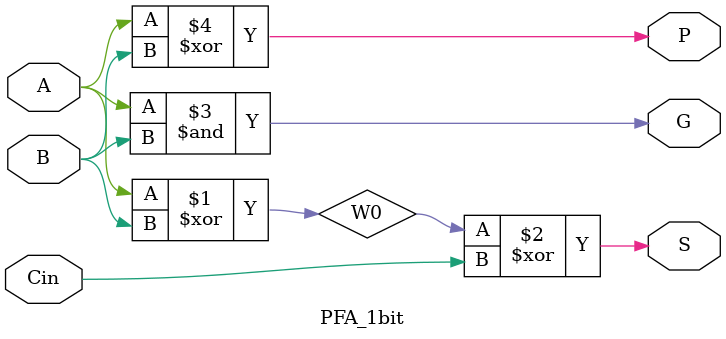
<source format=v>
/*
6502 Implemention in Verilog

Copyright (c) <2019> S.H Kim (soohyunkim@kw.ac.kr)

See the file LICENSE for copying permission.
*/

//8bit carry look ahead adder
module CLA_8bit(S, Cout, PG, GG, A, B, Cin);
	output [7:0]S;
	output Cout, PG, GG;
	input [7:0]A, B;
	input Cin;
	wire [1:0]P, G, C;

	//carry look-ahead logic
	CL_2bit CL1(C, PG, GG, Cin, P, G);

	//use two 4bit CLA Adder
	//blank out Carry Out Port, don't use that since all carry will be calculated by lookahead logic
	CLA_4bit CLA1(S[3:0], , P[0], G[0], A[3:0], B[3:0], Cin);
	CLA_4bit CLA2(S[7:4], , P[1], G[1], A[7:4], B[7:4], C[0]);

	//assign carry
	assign Cout = C[1];

endmodule


//4bit carry look ahead adder
module CLA_4bit(S, Cout, PG, GG, A, B, Cin);
	output [3:0]S;
	output Cout, PG, GG;
	input [3:0]A, B;
	input Cin;
	wire [3:0]P, G, C;

	//carry look-ahead logic
	CL_4bit CL1(C, PG, GG, Cin, P, G);

	//use Partial(w/o carry out) Full Adder
	PFA_1bit PFA1(S[0], P[0], G[0], A[0], B[0], Cin);
	PFA_1bit PFA2(S[1], P[1], G[1], A[1], B[1], C[0]);
	PFA_1bit PFA3(S[2], P[2], G[2], A[2], B[2], C[1]);
	PFA_1bit PFA4(S[3], P[3], G[3], A[3], B[3], C[2]);

	//assign carry
	assign Cout = C[3];
	
endmodule

//4bit carry look ahead logic
module CL_4bit(Cout, PG, GG, Cin, P, G);
	output [3:0]Cout;
	output PG, GG;
	
	input [3:0]P, G;
	input Cin;

	assign PG = P[3] & P [2] & P[1] & P[0];
	assign GG = G[3] | (G[2] & P[3]) | (G[1] & P[3] & P[2]) | (G[0] & P[3] & P[2] & P[1]);
	
	
	assign Cout[0] = G[0] | (P[0] & Cin);
	assign Cout[1] = G[1] | (P[1] & Cout[0]);
	assign Cout[2] = G[2] | (P[2] & Cout[1]);
	assign Cout[3] = G[3] | (P[3] & Cout[2]);

endmodule

//2bit carry look ahead logic
module CL_2bit(Cout, PG, GG, Cin, P, G);
	output [1:0]Cout;
	output PG, GG;
	
	input [1:0]P, G;
	input Cin;

	assign PG = P[1] & P [0];
	assign GG = G[1] | (G[0] & P[1]);
	
	//use extended equations to ignore carry rippling
	assign Cout[0] = G[0] | (P[0] & Cin);
	assign Cout[1] = G[1] | (P[1] & (G[0] | (P[0] & Cin)));

endmodule

//Partial(w/o Carry output) Full Adder 
module PFA_1bit(S, P, G, A, B, Cin);
	output S, P, G;
	input A, B, Cin;

	wire W0;

	//Sum
	xor XOR1(W0, A, B);
	xor XOR2(S, W0, Cin);

	//Generate
	assign G = A & B;
	//Propagate
	assign P = A ^ B;

endmodule

</source>
